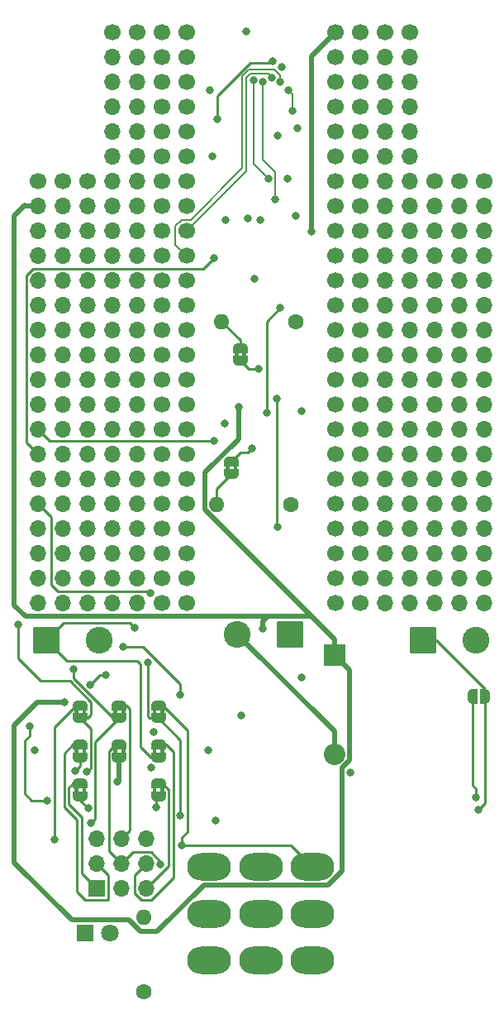
<source format=gbr>
%TF.GenerationSoftware,KiCad,Pcbnew,9.0.1*%
%TF.CreationDate,2025-05-21T23:19:58+01:00*%
%TF.ProjectId,stomp_01,73746f6d-705f-4303-912e-6b696361645f,rev?*%
%TF.SameCoordinates,Original*%
%TF.FileFunction,Copper,L4,Bot*%
%TF.FilePolarity,Positive*%
%FSLAX46Y46*%
G04 Gerber Fmt 4.6, Leading zero omitted, Abs format (unit mm)*
G04 Created by KiCad (PCBNEW 9.0.1) date 2025-05-21 23:19:58*
%MOMM*%
%LPD*%
G01*
G04 APERTURE LIST*
G04 Aperture macros list*
%AMRoundRect*
0 Rectangle with rounded corners*
0 $1 Rounding radius*
0 $2 $3 $4 $5 $6 $7 $8 $9 X,Y pos of 4 corners*
0 Add a 4 corners polygon primitive as box body*
4,1,4,$2,$3,$4,$5,$6,$7,$8,$9,$2,$3,0*
0 Add four circle primitives for the rounded corners*
1,1,$1+$1,$2,$3*
1,1,$1+$1,$4,$5*
1,1,$1+$1,$6,$7*
1,1,$1+$1,$8,$9*
0 Add four rect primitives between the rounded corners*
20,1,$1+$1,$2,$3,$4,$5,0*
20,1,$1+$1,$4,$5,$6,$7,0*
20,1,$1+$1,$6,$7,$8,$9,0*
20,1,$1+$1,$8,$9,$2,$3,0*%
%AMFreePoly0*
4,1,23,0.500000,-0.750000,0.000000,-0.750000,0.000000,-0.745722,-0.065263,-0.745722,-0.191342,-0.711940,-0.304381,-0.646677,-0.396677,-0.554381,-0.461940,-0.441342,-0.495722,-0.315263,-0.495722,-0.250000,-0.500000,-0.250000,-0.500000,0.250000,-0.495722,0.250000,-0.495722,0.315263,-0.461940,0.441342,-0.396677,0.554381,-0.304381,0.646677,-0.191342,0.711940,-0.065263,0.745722,0.000000,0.745722,
0.000000,0.750000,0.500000,0.750000,0.500000,-0.750000,0.500000,-0.750000,$1*%
%AMFreePoly1*
4,1,23,0.000000,0.745722,0.065263,0.745722,0.191342,0.711940,0.304381,0.646677,0.396677,0.554381,0.461940,0.441342,0.495722,0.315263,0.495722,0.250000,0.500000,0.250000,0.500000,-0.250000,0.495722,-0.250000,0.495722,-0.315263,0.461940,-0.441342,0.396677,-0.554381,0.304381,-0.646677,0.191342,-0.711940,0.065263,-0.745722,0.000000,-0.745722,0.000000,-0.750000,-0.500000,-0.750000,
-0.500000,0.750000,0.000000,0.750000,0.000000,0.745722,0.000000,0.745722,$1*%
G04 Aperture macros list end*
%TA.AperFunction,EtchedComponent*%
%ADD10C,0.000000*%
%TD*%
%TA.AperFunction,ComponentPad*%
%ADD11C,1.700000*%
%TD*%
%TA.AperFunction,ComponentPad*%
%ADD12O,1.700000X1.700000*%
%TD*%
%TA.AperFunction,ComponentPad*%
%ADD13C,1.600000*%
%TD*%
%TA.AperFunction,ComponentPad*%
%ADD14O,1.600000X1.600000*%
%TD*%
%TA.AperFunction,ComponentPad*%
%ADD15RoundRect,0.250000X-1.125000X-1.125000X1.125000X-1.125000X1.125000X1.125000X-1.125000X1.125000X0*%
%TD*%
%TA.AperFunction,ComponentPad*%
%ADD16C,2.750000*%
%TD*%
%TA.AperFunction,ComponentPad*%
%ADD17RoundRect,0.250000X1.125000X1.125000X-1.125000X1.125000X-1.125000X-1.125000X1.125000X-1.125000X0*%
%TD*%
%TA.AperFunction,ComponentPad*%
%ADD18R,1.700000X1.700000*%
%TD*%
%TA.AperFunction,ComponentPad*%
%ADD19R,2.200000X2.200000*%
%TD*%
%TA.AperFunction,ComponentPad*%
%ADD20O,2.200000X2.200000*%
%TD*%
%TA.AperFunction,ComponentPad*%
%ADD21R,1.800000X1.800000*%
%TD*%
%TA.AperFunction,ComponentPad*%
%ADD22C,1.800000*%
%TD*%
%TA.AperFunction,ComponentPad*%
%ADD23O,4.500000X2.800000*%
%TD*%
%TA.AperFunction,SMDPad,CuDef*%
%ADD24FreePoly0,270.000000*%
%TD*%
%TA.AperFunction,SMDPad,CuDef*%
%ADD25FreePoly1,270.000000*%
%TD*%
%TA.AperFunction,SMDPad,CuDef*%
%ADD26FreePoly0,0.000000*%
%TD*%
%TA.AperFunction,SMDPad,CuDef*%
%ADD27FreePoly1,0.000000*%
%TD*%
%TA.AperFunction,SMDPad,CuDef*%
%ADD28FreePoly0,90.000000*%
%TD*%
%TA.AperFunction,SMDPad,CuDef*%
%ADD29FreePoly1,90.000000*%
%TD*%
%TA.AperFunction,ViaPad*%
%ADD30C,0.800000*%
%TD*%
%TA.AperFunction,Conductor*%
%ADD31C,0.250000*%
%TD*%
%TA.AperFunction,Conductor*%
%ADD32C,0.500000*%
%TD*%
%TA.AperFunction,Conductor*%
%ADD33C,0.200000*%
%TD*%
G04 APERTURE END LIST*
D10*
%TA.AperFunction,EtchedComponent*%
%TO.C,JP6*%
G36*
X90300000Y-122600000D02*
G01*
X89900000Y-122600000D01*
X89900000Y-122100000D01*
X90300000Y-122100000D01*
X90300000Y-122600000D01*
G37*
%TD.AperFunction*%
%TA.AperFunction,EtchedComponent*%
G36*
X91100000Y-122600000D02*
G01*
X90700000Y-122600000D01*
X90700000Y-122100000D01*
X91100000Y-122100000D01*
X91100000Y-122600000D01*
G37*
%TD.AperFunction*%
%TA.AperFunction,EtchedComponent*%
%TO.C,JP7*%
G36*
X90300000Y-118600000D02*
G01*
X89900000Y-118600000D01*
X89900000Y-118100000D01*
X90300000Y-118100000D01*
X90300000Y-118600000D01*
G37*
%TD.AperFunction*%
%TA.AperFunction,EtchedComponent*%
G36*
X91100000Y-118600000D02*
G01*
X90700000Y-118600000D01*
X90700000Y-118100000D01*
X91100000Y-118100000D01*
X91100000Y-118600000D01*
G37*
%TD.AperFunction*%
%TA.AperFunction,EtchedComponent*%
%TO.C,JP9*%
G36*
X94300000Y-122600000D02*
G01*
X93900000Y-122600000D01*
X93900000Y-122100000D01*
X94300000Y-122100000D01*
X94300000Y-122600000D01*
G37*
%TD.AperFunction*%
%TA.AperFunction,EtchedComponent*%
G36*
X95100000Y-122600000D02*
G01*
X94700000Y-122600000D01*
X94700000Y-122100000D01*
X95100000Y-122100000D01*
X95100000Y-122600000D01*
G37*
%TD.AperFunction*%
%TA.AperFunction,EtchedComponent*%
%TO.C,JP10*%
G36*
X94300000Y-118600000D02*
G01*
X93900000Y-118600000D01*
X93900000Y-118100000D01*
X94300000Y-118100000D01*
X94300000Y-118600000D01*
G37*
%TD.AperFunction*%
%TA.AperFunction,EtchedComponent*%
G36*
X95100000Y-118600000D02*
G01*
X94700000Y-118600000D01*
X94700000Y-118100000D01*
X95100000Y-118100000D01*
X95100000Y-118600000D01*
G37*
%TD.AperFunction*%
%TA.AperFunction,EtchedComponent*%
%TO.C,JP5*%
G36*
X86300000Y-118600000D02*
G01*
X85900000Y-118600000D01*
X85900000Y-118100000D01*
X86300000Y-118100000D01*
X86300000Y-118600000D01*
G37*
%TD.AperFunction*%
%TA.AperFunction,EtchedComponent*%
G36*
X87100000Y-118600000D02*
G01*
X86700000Y-118600000D01*
X86700000Y-118100000D01*
X87100000Y-118100000D01*
X87100000Y-118600000D01*
G37*
%TD.AperFunction*%
%TA.AperFunction,EtchedComponent*%
%TO.C,JP8*%
G36*
X94300000Y-126600000D02*
G01*
X93900000Y-126600000D01*
X93900000Y-126100000D01*
X94300000Y-126100000D01*
X94300000Y-126600000D01*
G37*
%TD.AperFunction*%
%TA.AperFunction,EtchedComponent*%
G36*
X95100000Y-126600000D02*
G01*
X94700000Y-126600000D01*
X94700000Y-126100000D01*
X95100000Y-126100000D01*
X95100000Y-126600000D01*
G37*
%TD.AperFunction*%
%TA.AperFunction,EtchedComponent*%
%TO.C,JP2*%
G36*
X102700000Y-82000000D02*
G01*
X102300000Y-82000000D01*
X102300000Y-81500000D01*
X102700000Y-81500000D01*
X102700000Y-82000000D01*
G37*
%TD.AperFunction*%
%TA.AperFunction,EtchedComponent*%
G36*
X103500000Y-82000000D02*
G01*
X103100000Y-82000000D01*
X103100000Y-81500000D01*
X103500000Y-81500000D01*
X103500000Y-82000000D01*
G37*
%TD.AperFunction*%
%TA.AperFunction,EtchedComponent*%
%TO.C,JP3*%
G36*
X86300000Y-126600000D02*
G01*
X85900000Y-126600000D01*
X85900000Y-126100000D01*
X86300000Y-126100000D01*
X86300000Y-126600000D01*
G37*
%TD.AperFunction*%
%TA.AperFunction,EtchedComponent*%
G36*
X87100000Y-126600000D02*
G01*
X86700000Y-126600000D01*
X86700000Y-126100000D01*
X87100000Y-126100000D01*
X87100000Y-126600000D01*
G37*
%TD.AperFunction*%
%TA.AperFunction,EtchedComponent*%
%TO.C,JP4*%
G36*
X86300000Y-122600000D02*
G01*
X85900000Y-122600000D01*
X85900000Y-122100000D01*
X86300000Y-122100000D01*
X86300000Y-122600000D01*
G37*
%TD.AperFunction*%
%TA.AperFunction,EtchedComponent*%
G36*
X87100000Y-122600000D02*
G01*
X86700000Y-122600000D01*
X86700000Y-122100000D01*
X87100000Y-122100000D01*
X87100000Y-122600000D01*
G37*
%TD.AperFunction*%
%TA.AperFunction,EtchedComponent*%
%TO.C,JP1*%
G36*
X101800000Y-93600000D02*
G01*
X101400000Y-93600000D01*
X101400000Y-93100000D01*
X101800000Y-93100000D01*
X101800000Y-93600000D01*
G37*
%TD.AperFunction*%
%TA.AperFunction,EtchedComponent*%
G36*
X102600000Y-93600000D02*
G01*
X102200000Y-93600000D01*
X102200000Y-93100000D01*
X102600000Y-93100000D01*
X102600000Y-93600000D01*
G37*
%TD.AperFunction*%
%TD*%
D11*
%TO.P,J10,1,Pin_1*%
%TO.N,unconnected-(J10-Pin_1-Pad1)*%
X127860000Y-64030000D03*
D12*
%TO.P,J10,2,Pin_2*%
%TO.N,unconnected-(J10-Pin_2-Pad2)*%
X127860000Y-66570000D03*
%TO.P,J10,3,Pin_3*%
%TO.N,unconnected-(J10-Pin_3-Pad3)*%
X127860000Y-69110000D03*
%TO.P,J10,4,Pin_4*%
%TO.N,unconnected-(J10-Pin_4-Pad4)*%
X127860000Y-71650000D03*
%TO.P,J10,5,Pin_5*%
%TO.N,unconnected-(J10-Pin_5-Pad5)*%
X127860000Y-74190000D03*
%TO.P,J10,6,Pin_6*%
%TO.N,unconnected-(J10-Pin_6-Pad6)*%
X127860000Y-76730000D03*
%TO.P,J10,7,Pin_7*%
%TO.N,unconnected-(J10-Pin_7-Pad7)*%
X127860000Y-79270000D03*
%TO.P,J10,8,Pin_8*%
%TO.N,unconnected-(J10-Pin_8-Pad8)*%
X127860000Y-81810000D03*
%TO.P,J10,9,Pin_9*%
%TO.N,unconnected-(J10-Pin_9-Pad9)*%
X127860000Y-84350000D03*
%TO.P,J10,10,Pin_10*%
%TO.N,unconnected-(J10-Pin_10-Pad10)*%
X127860000Y-86890000D03*
%TO.P,J10,11,Pin_11*%
%TO.N,unconnected-(J10-Pin_11-Pad11)*%
X127860000Y-89430000D03*
%TO.P,J10,12,Pin_12*%
%TO.N,unconnected-(J10-Pin_12-Pad12)*%
X127860000Y-91970000D03*
%TO.P,J10,13,Pin_13*%
%TO.N,unconnected-(J10-Pin_13-Pad13)*%
X127860000Y-94510000D03*
%TO.P,J10,14,Pin_14*%
%TO.N,unconnected-(J10-Pin_14-Pad14)*%
X127860000Y-97050000D03*
%TO.P,J10,15,Pin_15*%
%TO.N,unconnected-(J10-Pin_15-Pad15)*%
X127860000Y-99590000D03*
%TO.P,J10,16,Pin_16*%
%TO.N,unconnected-(J10-Pin_16-Pad16)*%
X127860000Y-102130000D03*
%TO.P,J10,17,Pin_17*%
%TO.N,unconnected-(J10-Pin_17-Pad17)*%
X127860000Y-104670000D03*
%TO.P,J10,18,Pin_18*%
%TO.N,unconnected-(J10-Pin_18-Pad18)*%
X127860000Y-107210000D03*
%TD*%
D11*
%TO.P,J3,1,Pin_1*%
%TO.N,unconnected-(J3-Pin_1-Pad1)*%
X87218145Y-64031512D03*
D12*
%TO.P,J3,2,Pin_2*%
%TO.N,unconnected-(J3-Pin_2-Pad2)*%
X87218145Y-66571512D03*
%TO.P,J3,3,Pin_3*%
%TO.N,unconnected-(J3-Pin_3-Pad3)*%
X87218145Y-69111512D03*
%TO.P,J3,4,Pin_4*%
%TO.N,unconnected-(J3-Pin_4-Pad4)*%
X87218145Y-71651512D03*
%TO.P,J3,5,Pin_5*%
%TO.N,unconnected-(J3-Pin_5-Pad5)*%
X87218145Y-74191512D03*
%TO.P,J3,6,Pin_6*%
%TO.N,unconnected-(J3-Pin_6-Pad6)*%
X87218145Y-76731512D03*
%TO.P,J3,7,Pin_7*%
%TO.N,unconnected-(J3-Pin_7-Pad7)*%
X87218145Y-79271512D03*
%TO.P,J3,8,Pin_8*%
%TO.N,unconnected-(J3-Pin_8-Pad8)*%
X87218145Y-81811512D03*
%TO.P,J3,9,Pin_9*%
%TO.N,unconnected-(J3-Pin_9-Pad9)*%
X87218145Y-84351512D03*
%TO.P,J3,10,Pin_10*%
%TO.N,unconnected-(J3-Pin_10-Pad10)*%
X87218145Y-86891512D03*
%TO.P,J3,11,Pin_11*%
%TO.N,unconnected-(J3-Pin_11-Pad11)*%
X87218145Y-89431512D03*
%TO.P,J3,12,Pin_12*%
%TO.N,unconnected-(J3-Pin_12-Pad12)*%
X87218145Y-91971512D03*
%TO.P,J3,13,Pin_13*%
%TO.N,unconnected-(J3-Pin_13-Pad13)*%
X87218145Y-94511512D03*
%TO.P,J3,14,Pin_14*%
%TO.N,unconnected-(J3-Pin_14-Pad14)*%
X87218145Y-97051512D03*
%TO.P,J3,15,Pin_15*%
%TO.N,unconnected-(J3-Pin_15-Pad15)*%
X87218145Y-99591512D03*
%TO.P,J3,16,Pin_16*%
%TO.N,unconnected-(J3-Pin_16-Pad16)*%
X87218145Y-102131512D03*
%TO.P,J3,17,Pin_17*%
%TO.N,unconnected-(J3-Pin_17-Pad17)*%
X87218145Y-104671512D03*
%TO.P,J3,18,Pin_18*%
%TO.N,unconnected-(J3-Pin_18-Pad18)*%
X87218145Y-107211512D03*
%TD*%
D11*
%TO.P,J5,1,Pin_1*%
%TO.N,unconnected-(J5-Pin_1-Pad1)*%
X92298145Y-48791512D03*
D12*
%TO.P,J5,2,Pin_2*%
%TO.N,unconnected-(J5-Pin_2-Pad2)*%
X92298145Y-51331512D03*
%TO.P,J5,3,Pin_3*%
%TO.N,unconnected-(J5-Pin_3-Pad3)*%
X92298145Y-53871512D03*
%TO.P,J5,4,Pin_4*%
%TO.N,unconnected-(J5-Pin_4-Pad4)*%
X92298145Y-56411512D03*
%TO.P,J5,5,Pin_5*%
%TO.N,unconnected-(J5-Pin_5-Pad5)*%
X92298145Y-58951512D03*
%TO.P,J5,6,Pin_6*%
%TO.N,unconnected-(J5-Pin_6-Pad6)*%
X92298145Y-61491512D03*
%TO.P,J5,7,Pin_7*%
%TO.N,unconnected-(J5-Pin_7-Pad7)*%
X92298145Y-64031512D03*
%TO.P,J5,8,Pin_8*%
%TO.N,unconnected-(J5-Pin_8-Pad8)*%
X92298145Y-66571512D03*
%TO.P,J5,9,Pin_9*%
%TO.N,unconnected-(J5-Pin_9-Pad9)*%
X92298145Y-69111512D03*
%TO.P,J5,10,Pin_10*%
%TO.N,unconnected-(J5-Pin_10-Pad10)*%
X92298145Y-71651512D03*
%TO.P,J5,11,Pin_11*%
%TO.N,unconnected-(J5-Pin_11-Pad11)*%
X92298145Y-74191512D03*
%TO.P,J5,12,Pin_12*%
%TO.N,unconnected-(J5-Pin_12-Pad12)*%
X92298145Y-76731512D03*
%TO.P,J5,13,Pin_13*%
%TO.N,unconnected-(J5-Pin_13-Pad13)*%
X92298145Y-79271512D03*
%TO.P,J5,14,Pin_14*%
%TO.N,unconnected-(J5-Pin_14-Pad14)*%
X92298145Y-81811512D03*
%TO.P,J5,15,Pin_15*%
%TO.N,unconnected-(J5-Pin_15-Pad15)*%
X92298145Y-84351512D03*
%TO.P,J5,16,Pin_16*%
%TO.N,unconnected-(J5-Pin_16-Pad16)*%
X92298145Y-86891512D03*
%TO.P,J5,17,Pin_17*%
%TO.N,unconnected-(J5-Pin_17-Pad17)*%
X92298145Y-89431512D03*
%TO.P,J5,18,Pin_18*%
%TO.N,unconnected-(J5-Pin_18-Pad18)*%
X92298145Y-91971512D03*
%TO.P,J5,19,Pin_19*%
%TO.N,unconnected-(J5-Pin_19-Pad19)*%
X92298145Y-94511512D03*
%TO.P,J5,20,Pin_20*%
%TO.N,unconnected-(J5-Pin_20-Pad20)*%
X92298145Y-97051512D03*
%TO.P,J5,21,Pin_21*%
%TO.N,unconnected-(J5-Pin_21-Pad21)*%
X92298145Y-99591512D03*
%TO.P,J5,22,Pin_22*%
%TO.N,unconnected-(J5-Pin_22-Pad22)*%
X92298145Y-102131512D03*
%TO.P,J5,23,Pin_23*%
%TO.N,unconnected-(J5-Pin_23-Pad23)*%
X92298145Y-104671512D03*
%TO.P,J5,24,Pin_24*%
%TO.N,unconnected-(J5-Pin_24-Pad24)*%
X92298145Y-107211512D03*
%TD*%
D13*
%TO.P,R25,1*%
%TO.N,Net-(D5-A)*%
X93000000Y-147000000D03*
D14*
%TO.P,R25,2*%
%TO.N,+3.3V*%
X93000000Y-139380000D03*
%TD*%
D11*
%TO.P,J4,1,Pin_1*%
%TO.N,HEADPHONES_LEFT*%
X89758145Y-48791512D03*
D12*
%TO.P,J4,2,Pin_2*%
%TO.N,HEADPHONES_GND*%
X89758145Y-51331512D03*
%TO.P,J4,3,Pin_3*%
%TO.N,HEADPHONES_RIGHT*%
X89758145Y-53871512D03*
%TO.P,J4,4,Pin_4*%
%TO.N,unconnected-(J4-Pin_4-Pad4)*%
X89758145Y-56411512D03*
%TO.P,J4,5,Pin_5*%
%TO.N,unconnected-(J4-Pin_5-Pad5)*%
X89758145Y-58951512D03*
%TO.P,J4,6,Pin_6*%
%TO.N,unconnected-(J4-Pin_6-Pad6)*%
X89758145Y-61491512D03*
%TO.P,J4,7,Pin_7*%
%TO.N,unconnected-(J4-Pin_7-Pad7)*%
X89758145Y-64031512D03*
%TO.P,J4,8,Pin_8*%
%TO.N,unconnected-(J4-Pin_8-Pad8)*%
X89758145Y-66571512D03*
%TO.P,J4,9,Pin_9*%
%TO.N,unconnected-(J4-Pin_9-Pad9)*%
X89758145Y-69111512D03*
%TO.P,J4,10,Pin_10*%
%TO.N,unconnected-(J4-Pin_10-Pad10)*%
X89758145Y-71651512D03*
%TO.P,J4,11,Pin_11*%
%TO.N,unconnected-(J4-Pin_11-Pad11)*%
X89758145Y-74191512D03*
%TO.P,J4,12,Pin_12*%
%TO.N,unconnected-(J4-Pin_12-Pad12)*%
X89758145Y-76731512D03*
%TO.P,J4,13,Pin_13*%
%TO.N,unconnected-(J4-Pin_13-Pad13)*%
X89758145Y-79271512D03*
%TO.P,J4,14,Pin_14*%
%TO.N,unconnected-(J4-Pin_14-Pad14)*%
X89758145Y-81811512D03*
%TO.P,J4,15,Pin_15*%
%TO.N,unconnected-(J4-Pin_15-Pad15)*%
X89758145Y-84351512D03*
%TO.P,J4,16,Pin_16*%
%TO.N,unconnected-(J4-Pin_16-Pad16)*%
X89758145Y-86891512D03*
%TO.P,J4,17,Pin_17*%
%TO.N,unconnected-(J4-Pin_17-Pad17)*%
X89758145Y-89431512D03*
%TO.P,J4,18,Pin_18*%
%TO.N,unconnected-(J4-Pin_18-Pad18)*%
X89758145Y-91971512D03*
%TO.P,J4,19,Pin_19*%
%TO.N,unconnected-(J4-Pin_19-Pad19)*%
X89758145Y-94511512D03*
%TO.P,J4,20,Pin_20*%
%TO.N,unconnected-(J4-Pin_20-Pad20)*%
X89758145Y-97051512D03*
%TO.P,J4,21,Pin_21*%
%TO.N,unconnected-(J4-Pin_21-Pad21)*%
X89758145Y-99591512D03*
%TO.P,J4,22,Pin_22*%
%TO.N,unconnected-(J4-Pin_22-Pad22)*%
X89758145Y-102131512D03*
%TO.P,J4,23,Pin_23*%
%TO.N,unconnected-(J4-Pin_23-Pad23)*%
X89758145Y-104671512D03*
%TO.P,J4,24,Pin_24*%
%TO.N,unconnected-(J4-Pin_24-Pad24)*%
X89758145Y-107211512D03*
%TD*%
D15*
%TO.P,J15,1,Pin_1*%
%TO.N,JACK_OUT*%
X83000000Y-111000000D03*
D16*
%TO.P,J15,2,Pin_2*%
%TO.N,GND*%
X88400000Y-111000000D03*
%TD*%
D11*
%TO.P,J2,1,Pin_1*%
%TO.N,unconnected-(J2-Pin_1-Pad1)*%
X84678145Y-64031512D03*
D12*
%TO.P,J2,2,Pin_2*%
%TO.N,unconnected-(J2-Pin_2-Pad2)*%
X84678145Y-66571512D03*
%TO.P,J2,3,Pin_3*%
%TO.N,unconnected-(J2-Pin_3-Pad3)*%
X84678145Y-69111512D03*
%TO.P,J2,4,Pin_4*%
%TO.N,unconnected-(J2-Pin_4-Pad4)*%
X84678145Y-71651512D03*
%TO.P,J2,5,Pin_5*%
%TO.N,unconnected-(J2-Pin_5-Pad5)*%
X84678145Y-74191512D03*
%TO.P,J2,6,Pin_6*%
%TO.N,unconnected-(J2-Pin_6-Pad6)*%
X84678145Y-76731512D03*
%TO.P,J2,7,Pin_7*%
%TO.N,unconnected-(J2-Pin_7-Pad7)*%
X84678145Y-79271512D03*
%TO.P,J2,8,Pin_8*%
%TO.N,unconnected-(J2-Pin_8-Pad8)*%
X84678145Y-81811512D03*
%TO.P,J2,9,Pin_9*%
%TO.N,unconnected-(J2-Pin_9-Pad9)*%
X84678145Y-84351512D03*
%TO.P,J2,10,Pin_10*%
%TO.N,unconnected-(J2-Pin_10-Pad10)*%
X84678145Y-86891512D03*
%TO.P,J2,11,Pin_11*%
%TO.N,unconnected-(J2-Pin_11-Pad11)*%
X84678145Y-89431512D03*
%TO.P,J2,12,Pin_12*%
%TO.N,unconnected-(J2-Pin_12-Pad12)*%
X84678145Y-91971512D03*
%TO.P,J2,13,Pin_13*%
%TO.N,unconnected-(J2-Pin_13-Pad13)*%
X84678145Y-94511512D03*
%TO.P,J2,14,Pin_14*%
%TO.N,unconnected-(J2-Pin_14-Pad14)*%
X84678145Y-97051512D03*
%TO.P,J2,15,Pin_15*%
%TO.N,unconnected-(J2-Pin_15-Pad15)*%
X84678145Y-99591512D03*
%TO.P,J2,16,Pin_16*%
%TO.N,unconnected-(J2-Pin_16-Pad16)*%
X84678145Y-102131512D03*
%TO.P,J2,17,Pin_17*%
%TO.N,unconnected-(J2-Pin_17-Pad17)*%
X84678145Y-104671512D03*
%TO.P,J2,18,Pin_18*%
%TO.N,unconnected-(J2-Pin_18-Pad18)*%
X84678145Y-107211512D03*
%TD*%
D17*
%TO.P,J11,1*%
%TO.N,GND*%
X108000000Y-110400000D03*
D16*
%TO.P,J11,2*%
%TO.N,Net-(D1-A)*%
X102600000Y-110400000D03*
%TD*%
D11*
%TO.P,J9,1,Pin_1*%
%TO.N,unconnected-(J9-Pin_1-Pad1)*%
X125320000Y-64030000D03*
D12*
%TO.P,J9,2,Pin_2*%
%TO.N,unconnected-(J9-Pin_2-Pad2)*%
X125320000Y-66570000D03*
%TO.P,J9,3,Pin_3*%
%TO.N,unconnected-(J9-Pin_3-Pad3)*%
X125320000Y-69110000D03*
%TO.P,J9,4,Pin_4*%
%TO.N,unconnected-(J9-Pin_4-Pad4)*%
X125320000Y-71650000D03*
%TO.P,J9,5,Pin_5*%
%TO.N,unconnected-(J9-Pin_5-Pad5)*%
X125320000Y-74190000D03*
%TO.P,J9,6,Pin_6*%
%TO.N,unconnected-(J9-Pin_6-Pad6)*%
X125320000Y-76730000D03*
%TO.P,J9,7,Pin_7*%
%TO.N,unconnected-(J9-Pin_7-Pad7)*%
X125320000Y-79270000D03*
%TO.P,J9,8,Pin_8*%
%TO.N,unconnected-(J9-Pin_8-Pad8)*%
X125320000Y-81810000D03*
%TO.P,J9,9,Pin_9*%
%TO.N,unconnected-(J9-Pin_9-Pad9)*%
X125320000Y-84350000D03*
%TO.P,J9,10,Pin_10*%
%TO.N,unconnected-(J9-Pin_10-Pad10)*%
X125320000Y-86890000D03*
%TO.P,J9,11,Pin_11*%
%TO.N,unconnected-(J9-Pin_11-Pad11)*%
X125320000Y-89430000D03*
%TO.P,J9,12,Pin_12*%
%TO.N,unconnected-(J9-Pin_12-Pad12)*%
X125320000Y-91970000D03*
%TO.P,J9,13,Pin_13*%
%TO.N,unconnected-(J9-Pin_13-Pad13)*%
X125320000Y-94510000D03*
%TO.P,J9,14,Pin_14*%
%TO.N,unconnected-(J9-Pin_14-Pad14)*%
X125320000Y-97050000D03*
%TO.P,J9,15,Pin_15*%
%TO.N,unconnected-(J9-Pin_15-Pad15)*%
X125320000Y-99590000D03*
%TO.P,J9,16,Pin_16*%
%TO.N,unconnected-(J9-Pin_16-Pad16)*%
X125320000Y-102130000D03*
%TO.P,J9,17,Pin_17*%
%TO.N,unconnected-(J9-Pin_17-Pad17)*%
X125320000Y-104670000D03*
%TO.P,J9,18,Pin_18*%
%TO.N,unconnected-(J9-Pin_18-Pad18)*%
X125320000Y-107210000D03*
%TD*%
D11*
%TO.P,J8,1,Pin_1*%
%TO.N,unconnected-(J8-Pin_1-Pad1)*%
X122780000Y-64030000D03*
D12*
%TO.P,J8,2,Pin_2*%
%TO.N,unconnected-(J8-Pin_2-Pad2)*%
X122780000Y-66570000D03*
%TO.P,J8,3,Pin_3*%
%TO.N,unconnected-(J8-Pin_3-Pad3)*%
X122780000Y-69110000D03*
%TO.P,J8,4,Pin_4*%
%TO.N,unconnected-(J8-Pin_4-Pad4)*%
X122780000Y-71650000D03*
%TO.P,J8,5,Pin_5*%
%TO.N,unconnected-(J8-Pin_5-Pad5)*%
X122780000Y-74190000D03*
%TO.P,J8,6,Pin_6*%
%TO.N,unconnected-(J8-Pin_6-Pad6)*%
X122780000Y-76730000D03*
%TO.P,J8,7,Pin_7*%
%TO.N,unconnected-(J8-Pin_7-Pad7)*%
X122780000Y-79270000D03*
%TO.P,J8,8,Pin_8*%
%TO.N,unconnected-(J8-Pin_8-Pad8)*%
X122780000Y-81810000D03*
%TO.P,J8,9,Pin_9*%
%TO.N,unconnected-(J8-Pin_9-Pad9)*%
X122780000Y-84350000D03*
%TO.P,J8,10,Pin_10*%
%TO.N,unconnected-(J8-Pin_10-Pad10)*%
X122780000Y-86890000D03*
%TO.P,J8,11,Pin_11*%
%TO.N,unconnected-(J8-Pin_11-Pad11)*%
X122780000Y-89430000D03*
%TO.P,J8,12,Pin_12*%
%TO.N,unconnected-(J8-Pin_12-Pad12)*%
X122780000Y-91970000D03*
%TO.P,J8,13,Pin_13*%
%TO.N,unconnected-(J8-Pin_13-Pad13)*%
X122780000Y-94510000D03*
%TO.P,J8,14,Pin_14*%
%TO.N,unconnected-(J8-Pin_14-Pad14)*%
X122780000Y-97050000D03*
%TO.P,J8,15,Pin_15*%
%TO.N,unconnected-(J8-Pin_15-Pad15)*%
X122780000Y-99590000D03*
%TO.P,J8,16,Pin_16*%
%TO.N,unconnected-(J8-Pin_16-Pad16)*%
X122780000Y-102130000D03*
%TO.P,J8,17,Pin_17*%
%TO.N,unconnected-(J8-Pin_17-Pad17)*%
X122780000Y-104670000D03*
%TO.P,J8,18,Pin_18*%
%TO.N,unconnected-(J8-Pin_18-Pad18)*%
X122780000Y-107210000D03*
%TD*%
D11*
%TO.P,J7,1,Pin_1*%
%TO.N,unconnected-(J7-Pin_1-Pad1)*%
X120240000Y-48790000D03*
D12*
%TO.P,J7,2,Pin_2*%
%TO.N,unconnected-(J7-Pin_2-Pad2)*%
X120240000Y-51330000D03*
%TO.P,J7,3,Pin_3*%
%TO.N,unconnected-(J7-Pin_3-Pad3)*%
X120240000Y-53870000D03*
%TO.P,J7,4,Pin_4*%
%TO.N,unconnected-(J7-Pin_4-Pad4)*%
X120240000Y-56410000D03*
%TO.P,J7,5,Pin_5*%
%TO.N,unconnected-(J7-Pin_5-Pad5)*%
X120240000Y-58950000D03*
%TO.P,J7,6,Pin_6*%
%TO.N,unconnected-(J7-Pin_6-Pad6)*%
X120240000Y-61490000D03*
%TO.P,J7,7,Pin_7*%
%TO.N,unconnected-(J7-Pin_7-Pad7)*%
X120240000Y-64030000D03*
%TO.P,J7,8,Pin_8*%
%TO.N,unconnected-(J7-Pin_8-Pad8)*%
X120240000Y-66570000D03*
%TO.P,J7,9,Pin_9*%
%TO.N,unconnected-(J7-Pin_9-Pad9)*%
X120240000Y-69110000D03*
%TO.P,J7,10,Pin_10*%
%TO.N,unconnected-(J7-Pin_10-Pad10)*%
X120240000Y-71650000D03*
%TO.P,J7,11,Pin_11*%
%TO.N,unconnected-(J7-Pin_11-Pad11)*%
X120240000Y-74190000D03*
%TO.P,J7,12,Pin_12*%
%TO.N,unconnected-(J7-Pin_12-Pad12)*%
X120240000Y-76730000D03*
%TO.P,J7,13,Pin_13*%
%TO.N,unconnected-(J7-Pin_13-Pad13)*%
X120240000Y-79270000D03*
%TO.P,J7,14,Pin_14*%
%TO.N,unconnected-(J7-Pin_14-Pad14)*%
X120240000Y-81810000D03*
%TO.P,J7,15,Pin_15*%
%TO.N,unconnected-(J7-Pin_15-Pad15)*%
X120240000Y-84350000D03*
%TO.P,J7,16,Pin_16*%
%TO.N,unconnected-(J7-Pin_16-Pad16)*%
X120240000Y-86890000D03*
%TO.P,J7,17,Pin_17*%
%TO.N,unconnected-(J7-Pin_17-Pad17)*%
X120240000Y-89430000D03*
%TO.P,J7,18,Pin_18*%
%TO.N,unconnected-(J7-Pin_18-Pad18)*%
X120240000Y-91970000D03*
%TO.P,J7,19,Pin_19*%
%TO.N,unconnected-(J7-Pin_19-Pad19)*%
X120240000Y-94510000D03*
%TO.P,J7,20,Pin_20*%
%TO.N,unconnected-(J7-Pin_20-Pad20)*%
X120240000Y-97050000D03*
%TO.P,J7,21,Pin_21*%
%TO.N,unconnected-(J7-Pin_21-Pad21)*%
X120240000Y-99590000D03*
%TO.P,J7,22,Pin_22*%
%TO.N,unconnected-(J7-Pin_22-Pad22)*%
X120240000Y-102130000D03*
%TO.P,J7,23,Pin_23*%
%TO.N,unconnected-(J7-Pin_23-Pad23)*%
X120240000Y-104670000D03*
%TO.P,J7,24,Pin_24*%
%TO.N,unconnected-(J7-Pin_24-Pad24)*%
X120240000Y-107210000D03*
%TD*%
D18*
%TO.P,J13,1,Pin_1*%
%TO.N,FOOTSWITCH_1*%
X88160000Y-136440000D03*
D12*
%TO.P,J13,2,Pin_2*%
%TO.N,FOOTSWITCH_2*%
X88160000Y-133900000D03*
%TO.P,J13,3,Pin_3*%
%TO.N,FOOTSWITCH_3*%
X88160000Y-131360000D03*
%TO.P,J13,4,Pin_4*%
%TO.N,FOOTSWITCH_4*%
X90700000Y-136440000D03*
%TO.P,J13,5,Pin_5*%
%TO.N,FOOTSWITCH_5*%
X90700000Y-133900000D03*
%TO.P,J13,6,Pin_6*%
%TO.N,FOOTSWITCH_6*%
X90700000Y-131360000D03*
%TO.P,J13,7,Pin_7*%
%TO.N,FOOTSWITCH_7*%
X93240000Y-136440000D03*
%TO.P,J13,8,Pin_8*%
%TO.N,FOOTSWITCH_8*%
X93240000Y-133900000D03*
%TO.P,J13,9,Pin_9*%
%TO.N,FOOTSWITCH_9*%
X93240000Y-131360000D03*
%TD*%
D11*
%TO.P,J6,1,Pin_1*%
%TO.N,unconnected-(J6-Pin_1-Pad1)*%
X117700000Y-48790000D03*
D12*
%TO.P,J6,2,Pin_2*%
%TO.N,unconnected-(J6-Pin_2-Pad2)*%
X117700000Y-51330000D03*
%TO.P,J6,3,Pin_3*%
%TO.N,unconnected-(J6-Pin_3-Pad3)*%
X117700000Y-53870000D03*
%TO.P,J6,4,Pin_4*%
%TO.N,unconnected-(J6-Pin_4-Pad4)*%
X117700000Y-56410000D03*
%TO.P,J6,5,Pin_5*%
%TO.N,unconnected-(J6-Pin_5-Pad5)*%
X117700000Y-58950000D03*
%TO.P,J6,6,Pin_6*%
%TO.N,unconnected-(J6-Pin_6-Pad6)*%
X117700000Y-61490000D03*
%TO.P,J6,7,Pin_7*%
%TO.N,unconnected-(J6-Pin_7-Pad7)*%
X117700000Y-64030000D03*
%TO.P,J6,8,Pin_8*%
%TO.N,unconnected-(J6-Pin_8-Pad8)*%
X117700000Y-66570000D03*
%TO.P,J6,9,Pin_9*%
%TO.N,unconnected-(J6-Pin_9-Pad9)*%
X117700000Y-69110000D03*
%TO.P,J6,10,Pin_10*%
%TO.N,unconnected-(J6-Pin_10-Pad10)*%
X117700000Y-71650000D03*
%TO.P,J6,11,Pin_11*%
%TO.N,unconnected-(J6-Pin_11-Pad11)*%
X117700000Y-74190000D03*
%TO.P,J6,12,Pin_12*%
%TO.N,unconnected-(J6-Pin_12-Pad12)*%
X117700000Y-76730000D03*
%TO.P,J6,13,Pin_13*%
%TO.N,unconnected-(J6-Pin_13-Pad13)*%
X117700000Y-79270000D03*
%TO.P,J6,14,Pin_14*%
%TO.N,unconnected-(J6-Pin_14-Pad14)*%
X117700000Y-81810000D03*
%TO.P,J6,15,Pin_15*%
%TO.N,unconnected-(J6-Pin_15-Pad15)*%
X117700000Y-84350000D03*
%TO.P,J6,16,Pin_16*%
%TO.N,unconnected-(J6-Pin_16-Pad16)*%
X117700000Y-86890000D03*
%TO.P,J6,17,Pin_17*%
%TO.N,unconnected-(J6-Pin_17-Pad17)*%
X117700000Y-89430000D03*
%TO.P,J6,18,Pin_18*%
%TO.N,unconnected-(J6-Pin_18-Pad18)*%
X117700000Y-91970000D03*
%TO.P,J6,19,Pin_19*%
%TO.N,unconnected-(J6-Pin_19-Pad19)*%
X117700000Y-94510000D03*
%TO.P,J6,20,Pin_20*%
%TO.N,unconnected-(J6-Pin_20-Pad20)*%
X117700000Y-97050000D03*
%TO.P,J6,21,Pin_21*%
%TO.N,unconnected-(J6-Pin_21-Pad21)*%
X117700000Y-99590000D03*
%TO.P,J6,22,Pin_22*%
%TO.N,unconnected-(J6-Pin_22-Pad22)*%
X117700000Y-102130000D03*
%TO.P,J6,23,Pin_23*%
%TO.N,unconnected-(J6-Pin_23-Pad23)*%
X117700000Y-104670000D03*
%TO.P,J6,24,Pin_24*%
%TO.N,unconnected-(J6-Pin_24-Pad24)*%
X117700000Y-107210000D03*
%TD*%
D15*
%TO.P,J14,1,Pin_1*%
%TO.N,JACK_IN*%
X121600000Y-111000000D03*
D16*
%TO.P,J14,2,Pin_2*%
%TO.N,GND*%
X127000000Y-111000000D03*
%TD*%
D11*
%TO.P,U1,1,GND*%
%TO.N,GND*%
X97380000Y-48790000D03*
X94840000Y-48790000D03*
%TO.P,U1,2,0_RX1_CRX2_CS1*%
%TO.N,unconnected-(U1-0_RX1_CRX2_CS1-Pad2)_1*%
X97380000Y-51330000D03*
X94840000Y-51330000D03*
%TO.P,U1,3,1_TX1_CTX2_MISO1*%
%TO.N,unconnected-(U1-1_TX1_CTX2_MISO1-Pad3)*%
X97380000Y-53870000D03*
X94840000Y-53870000D03*
%TO.P,U1,4,2_OUT2*%
%TO.N,unconnected-(U1-2_OUT2-Pad4)*%
X97380000Y-56410000D03*
X94840000Y-56410000D03*
%TO.P,U1,5,3_LRCLK2*%
%TO.N,unconnected-(U1-3_LRCLK2-Pad5)_1*%
X97380000Y-58950000D03*
X94840000Y-58950000D03*
%TO.P,U1,6,4_BCLK2*%
%TO.N,unconnected-(U1-4_BCLK2-Pad6)_1*%
X97380000Y-61490000D03*
X94840000Y-61490000D03*
%TO.P,U1,7,5_IN2*%
%TO.N,unconnected-(U1-5_IN2-Pad7)*%
X97380000Y-64030000D03*
X94840000Y-64030000D03*
%TO.P,U1,8,6_OUT1D*%
%TO.N,unconnected-(U1-6_OUT1D-Pad8)_1*%
X97380000Y-66570000D03*
X94840000Y-66570000D03*
%TO.P,U1,9,7_RX2_OUT1A*%
%TO.N,DAC_DIN*%
X97380000Y-69110000D03*
X94840000Y-69110000D03*
%TO.P,U1,10,8_TX2_IN1*%
%TO.N,DAC_DOUT*%
X97380000Y-71650000D03*
X94840000Y-71650000D03*
%TO.P,U1,11,9_OUT1C*%
%TO.N,unconnected-(U1-9_OUT1C-Pad11)_1*%
X97380000Y-74190000D03*
X94840000Y-74190000D03*
%TO.P,U1,12,10_CS_MQSR*%
%TO.N,unconnected-(U1-10_CS_MQSR-Pad12)_1*%
X97380000Y-76730000D03*
X94840000Y-76730000D03*
%TO.P,U1,13,11_MOSI_CTX1*%
%TO.N,unconnected-(U1-11_MOSI_CTX1-Pad13)*%
X97380000Y-79270000D03*
X94840000Y-79270000D03*
%TO.P,U1,14,12_MISO_MQSL*%
%TO.N,unconnected-(U1-12_MISO_MQSL-Pad14)*%
X97380000Y-81810000D03*
X94840000Y-81810000D03*
%TO.P,U1,15,3V3*%
%TO.N,+3.3V*%
X97380000Y-84350000D03*
X94840000Y-84350000D03*
%TO.P,U1,16,24_A10_TX6_SCL2*%
%TO.N,unconnected-(U1-24_A10_TX6_SCL2-Pad16)*%
X97380000Y-86890000D03*
X94840000Y-86890000D03*
%TO.P,U1,17,25_A11_RX6_SDA2*%
%TO.N,unconnected-(U1-25_A11_RX6_SDA2-Pad17)_1*%
X97380000Y-89430000D03*
X94840000Y-89430000D03*
%TO.P,U1,18,26_A12_MOSI1*%
%TO.N,unconnected-(U1-26_A12_MOSI1-Pad18)_1*%
X97380000Y-91970000D03*
X94840000Y-91970000D03*
%TO.P,U1,19,27_A13_SCK1*%
%TO.N,unconnected-(U1-27_A13_SCK1-Pad19)_1*%
X97380000Y-94510000D03*
X94840000Y-94510000D03*
%TO.P,U1,20,28_RX7*%
%TO.N,unconnected-(U1-28_RX7-Pad20)_1*%
X97380000Y-97050000D03*
X94840000Y-97050000D03*
%TO.P,U1,21,29_TX7*%
%TO.N,unconnected-(U1-29_TX7-Pad21)*%
X97380000Y-99590000D03*
X94840000Y-99590000D03*
%TO.P,U1,22,30_CRX3*%
%TO.N,unconnected-(U1-30_CRX3-Pad22)_1*%
X97380000Y-102130000D03*
X94840000Y-102130000D03*
%TO.P,U1,23,31_CTX3*%
%TO.N,unconnected-(U1-31_CTX3-Pad23)*%
X97380000Y-104670000D03*
X94840000Y-104670000D03*
%TO.P,U1,24,32_OUT1B*%
%TO.N,unconnected-(U1-32_OUT1B-Pad24)*%
X97380000Y-107210000D03*
X94840000Y-107210000D03*
%TO.P,U1,25,33_MCLK2*%
%TO.N,unconnected-(U1-33_MCLK2-Pad25)_1*%
X115160000Y-107210000D03*
X112620000Y-107210000D03*
%TO.P,U1,26,34_RX8*%
%TO.N,unconnected-(U1-34_RX8-Pad26)*%
X115160000Y-104670000D03*
X112620000Y-104670000D03*
%TO.P,U1,27,35_TX8*%
%TO.N,unconnected-(U1-35_TX8-Pad27)*%
X115160000Y-102130000D03*
X112620000Y-102130000D03*
%TO.P,U1,28,36_CS*%
%TO.N,unconnected-(U1-36_CS-Pad28)_1*%
X115160000Y-99590000D03*
X112620000Y-99590000D03*
%TO.P,U1,29,37_CS*%
%TO.N,unconnected-(U1-37_CS-Pad29)_1*%
X115160000Y-97050000D03*
X112620000Y-97050000D03*
%TO.P,U1,30,38_CS1_IN1*%
%TO.N,unconnected-(U1-38_CS1_IN1-Pad30)_1*%
X115160000Y-94510000D03*
X112620000Y-94510000D03*
%TO.P,U1,31,39_MISO1_OUT1A*%
%TO.N,unconnected-(U1-39_MISO1_OUT1A-Pad31)_1*%
X115160000Y-91970000D03*
X112620000Y-91970000D03*
%TO.P,U1,32,40_A16*%
%TO.N,unconnected-(U1-40_A16-Pad32)*%
X115160000Y-89430000D03*
X112620000Y-89430000D03*
%TO.P,U1,33,41_A17*%
%TO.N,unconnected-(U1-41_A17-Pad33)_1*%
X115160000Y-86890000D03*
X112620000Y-86890000D03*
%TO.P,U1,34,GND*%
%TO.N,unconnected-(U1-GND-Pad34)*%
X115160000Y-84350000D03*
X112620000Y-84350000D03*
%TO.P,U1,35,13_SCK_LED*%
%TO.N,unconnected-(U1-13_SCK_LED-Pad35)_1*%
X115160000Y-81810000D03*
X112620000Y-81810000D03*
%TO.P,U1,36,14_A0_TX3_SPDIF_OUT*%
%TO.N,unconnected-(U1-14_A0_TX3_SPDIF_OUT-Pad36)*%
X115160000Y-79270000D03*
X112620000Y-79270000D03*
%TO.P,U1,37,15_A1_RX3_SPDIF_IN*%
%TO.N,unconnected-(U1-15_A1_RX3_SPDIF_IN-Pad37)*%
X115160000Y-76730000D03*
X112620000Y-76730000D03*
%TO.P,U1,38,16_A2_RX4_SCL1*%
%TO.N,unconnected-(U1-16_A2_RX4_SCL1-Pad38)_1*%
X115160000Y-74190000D03*
X112620000Y-74190000D03*
%TO.P,U1,39,17_A3_TX4_SDA1*%
%TO.N,unconnected-(U1-17_A3_TX4_SDA1-Pad39)*%
X115160000Y-71650000D03*
X112620000Y-71650000D03*
%TO.P,U1,40,18_A4_SDA*%
%TO.N,DAC_SDA*%
X115160000Y-69110000D03*
X112620000Y-69110000D03*
%TO.P,U1,41,19_A5_SCL*%
%TO.N,DAC_SCL*%
X115160000Y-66570000D03*
X112620000Y-66570000D03*
%TO.P,U1,42,20_A6_TX5_LRCLK1*%
%TO.N,DAC_LRCLK*%
X115160000Y-64030000D03*
X112620000Y-64030000D03*
%TO.P,U1,43,21_A7_RX5_BCLK1*%
%TO.N,DAC_BCLK*%
X115160000Y-61490000D03*
X112620000Y-61490000D03*
%TO.P,U1,44,22_A8_CTX1*%
%TO.N,unconnected-(U1-22_A8_CTX1-Pad44)_1*%
X115160000Y-58950000D03*
X112620000Y-58950000D03*
%TO.P,U1,45,23_A9_CRX1_MCLK1*%
%TO.N,DAC_MCLK*%
X115160000Y-56410000D03*
X112620000Y-56410000D03*
%TO.P,U1,46,3V3*%
%TO.N,+3.3V*%
X115160000Y-53870000D03*
X112620000Y-53870000D03*
%TO.P,U1,47,GND*%
%TO.N,GND*%
X115160000Y-51330000D03*
X112620000Y-51330000D03*
%TO.P,U1,48,VIN*%
%TO.N,+5V*%
X115160000Y-48790000D03*
X112620000Y-48790000D03*
%TD*%
D19*
%TO.P,D1,1,K*%
%TO.N,+9V*%
X112550000Y-112500000D03*
D20*
%TO.P,D1,2,A*%
%TO.N,Net-(D1-A)*%
X112550000Y-122660000D03*
%TD*%
D21*
%TO.P,D5,1,K*%
%TO.N,LED_NEG*%
X87000000Y-141000000D03*
D22*
%TO.P,D5,2,A*%
%TO.N,Net-(D5-A)*%
X89540000Y-141000000D03*
%TD*%
D23*
%TO.P,SW1,1,A*%
%TO.N,FOOTSWITCH_1*%
X99700000Y-143800000D03*
%TO.P,SW1,2,B*%
%TO.N,FOOTSWITCH_2*%
X99700000Y-139000000D03*
%TO.P,SW1,3,C*%
%TO.N,FOOTSWITCH_3*%
X99700000Y-134200000D03*
%TO.P,SW1,4,A*%
%TO.N,FOOTSWITCH_4*%
X105000000Y-143800000D03*
%TO.P,SW1,5,B*%
%TO.N,FOOTSWITCH_5*%
X105000000Y-139000000D03*
%TO.P,SW1,6,C*%
%TO.N,FOOTSWITCH_6*%
X105000000Y-134200000D03*
%TO.P,SW1,7,A*%
%TO.N,FOOTSWITCH_7*%
X110300000Y-143800000D03*
%TO.P,SW1,8,B*%
%TO.N,FOOTSWITCH_8*%
X110300000Y-139000000D03*
%TO.P,SW1,9,C*%
%TO.N,FOOTSWITCH_9*%
X110300000Y-134200000D03*
%TD*%
D11*
%TO.P,J1,1,Pin_1*%
%TO.N,+9V*%
X82138145Y-64031512D03*
D12*
%TO.P,J1,2,Pin_2*%
X82138145Y-66571512D03*
%TO.P,J1,3,Pin_3*%
%TO.N,+5V*%
X82138145Y-69111512D03*
%TO.P,J1,4,Pin_4*%
X82138145Y-71651512D03*
%TO.P,J1,5,Pin_5*%
%TO.N,+3.3V*%
X82138145Y-74191512D03*
%TO.P,J1,6,Pin_6*%
X82138145Y-76731512D03*
%TO.P,J1,7,Pin_7*%
%TO.N,JACK_IN*%
X82138145Y-79271512D03*
%TO.P,J1,8,Pin_8*%
%TO.N,JACK_OUT*%
X82138145Y-81811512D03*
%TO.P,J1,9,Pin_9*%
%TO.N,PREAMP_IN_L*%
X82138145Y-84351512D03*
%TO.P,J1,10,Pin_10*%
%TO.N,PREAMP_IN_R*%
X82138145Y-86891512D03*
%TO.P,J1,11,Pin_11*%
%TO.N,LINE_IN_L*%
X82138145Y-89431512D03*
%TO.P,J1,12,Pin_12*%
%TO.N,LINE_IN_R*%
X82138145Y-91971512D03*
%TO.P,J1,13,Pin_13*%
%TO.N,LINE_OUT_L*%
X82138145Y-94511512D03*
%TO.P,J1,14,Pin_14*%
%TO.N,LINE_OUT_R*%
X82138145Y-97051512D03*
%TO.P,J1,15,Pin_15*%
%TO.N,LED_NEG*%
X82138145Y-99591512D03*
%TO.P,J1,16,Pin_16*%
%TO.N,GND*%
X82138145Y-102131512D03*
%TO.P,J1,17,Pin_17*%
X82138145Y-104671512D03*
%TO.P,J1,18,Pin_18*%
X82138145Y-107211512D03*
%TD*%
D24*
%TO.P,JP6,1,A*%
%TO.N,FOOTSWITCH_5*%
X90500000Y-121700000D03*
D25*
%TO.P,JP6,2,B*%
%TO.N,GND*%
X90500000Y-123000000D03*
%TD*%
D24*
%TO.P,JP7,1,A*%
%TO.N,FOOTSWITCH_6*%
X90500000Y-117700000D03*
D25*
%TO.P,JP7,2,B*%
%TO.N,LED_NEG*%
X90500000Y-119000000D03*
%TD*%
D26*
%TO.P,JP11,1,A*%
%TO.N,PREAMP_IN_L*%
X126700000Y-116750000D03*
D27*
%TO.P,JP11,2,B*%
%TO.N,JACK_IN*%
X128000000Y-116750000D03*
%TD*%
D28*
%TO.P,JP9,1,A*%
%TO.N,JACK_OUT*%
X94500000Y-123000000D03*
D29*
%TO.P,JP9,2,B*%
%TO.N,FOOTSWITCH_8*%
X94500000Y-121700000D03*
%TD*%
D28*
%TO.P,JP10,1,A*%
%TO.N,LINE_OUT_L*%
X94500000Y-119000000D03*
D29*
%TO.P,JP10,2,B*%
%TO.N,FOOTSWITCH_9*%
X94500000Y-117700000D03*
%TD*%
D24*
%TO.P,JP5,1,A*%
%TO.N,FOOTSWITCH_3*%
X86500000Y-117700000D03*
D25*
%TO.P,JP5,2,B*%
%TO.N,PREAMP_IN_L*%
X86500000Y-119000000D03*
%TD*%
D28*
%TO.P,JP8,1,A*%
%TO.N,Net-(JP3-B)*%
X94500000Y-127000000D03*
D29*
%TO.P,JP8,2,B*%
%TO.N,FOOTSWITCH_7*%
X94500000Y-125700000D03*
%TD*%
D28*
%TO.P,JP2,1,A*%
%TO.N,Net-(JP2-A)*%
X102900000Y-82400000D03*
D29*
%TO.P,JP2,2,B*%
%TO.N,Net-(JP2-B)*%
X102900000Y-81100000D03*
%TD*%
D24*
%TO.P,JP3,1,A*%
%TO.N,FOOTSWITCH_1*%
X86500000Y-125700000D03*
D25*
%TO.P,JP3,2,B*%
%TO.N,Net-(JP3-B)*%
X86500000Y-127000000D03*
%TD*%
D13*
%TO.P,R14,1*%
%TO.N,Net-(U3B--)*%
X108600000Y-78400000D03*
D14*
%TO.P,R14,2*%
%TO.N,Net-(JP2-B)*%
X100980000Y-78400000D03*
%TD*%
D24*
%TO.P,JP4,1,A*%
%TO.N,FOOTSWITCH_2*%
X86500000Y-121700000D03*
D25*
%TO.P,JP4,2,B*%
%TO.N,JACK_IN*%
X86500000Y-123000000D03*
%TD*%
D24*
%TO.P,JP1,1,A*%
%TO.N,Net-(JP1-A)*%
X102000000Y-92700000D03*
D25*
%TO.P,JP1,2,B*%
%TO.N,Net-(JP1-B)*%
X102000000Y-94000000D03*
%TD*%
D13*
%TO.P,R12,1*%
%TO.N,Net-(U3A--)*%
X108110000Y-97100000D03*
D14*
%TO.P,R12,2*%
%TO.N,Net-(JP1-B)*%
X100490000Y-97100000D03*
%TD*%
D30*
%TO.N,+3.3V*%
X103700000Y-67800000D03*
%TO.N,Net-(JP2-A)*%
X104794999Y-83236913D03*
%TO.N,LINE_OUT_R*%
X83125000Y-127400000D03*
X81300000Y-119800000D03*
X87500000Y-115599000D03*
X89100000Y-114600000D03*
X93700000Y-106200000D03*
%TO.N,JACK_OUT*%
X92100000Y-109700000D03*
%TO.N,+9V*%
X105200000Y-109800000D03*
%TO.N,GND*%
X103000000Y-118700000D03*
X100400000Y-129500000D03*
%TO.N,+9V*%
X84900000Y-117400000D03*
%TO.N,GND*%
X81800000Y-122300000D03*
X90302861Y-125524000D03*
X93757056Y-124057056D03*
X94000000Y-120400000D03*
X99600000Y-122300000D03*
X114200000Y-124600000D03*
X109200000Y-114800000D03*
%TO.N,+9V*%
X102700000Y-87100000D03*
%TO.N,GND*%
X101300000Y-88800000D03*
X109200000Y-87600000D03*
X101400000Y-68000000D03*
X104900000Y-68000000D03*
X104375702Y-73998824D03*
%TO.N,+3.3V*%
X107700000Y-63800000D03*
X108600000Y-67600000D03*
%TO.N,GND*%
X100000000Y-61500000D03*
X107100001Y-52318687D03*
%TO.N,Net-(U5-VDDA)*%
X100500000Y-57700000D03*
X106221397Y-51736775D03*
%TO.N,+3.3V*%
X108766623Y-58625000D03*
%TO.N,+5V*%
X110200000Y-69200000D03*
%TO.N,PREAMP_IN_R*%
X96700000Y-116600000D03*
X90900000Y-111700000D03*
%TO.N,JACK_IN*%
X86000000Y-124400000D03*
%TO.N,PREAMP_IN_L*%
X87200000Y-124500000D03*
%TO.N,LED_NEG*%
X85800000Y-114000000D03*
%TO.N,LINE_IN_R*%
X100187347Y-71887347D03*
%TO.N,LINE_IN_L*%
X100200000Y-90600000D03*
%TO.N,GND*%
X106700000Y-59400000D03*
X103500000Y-48700000D03*
X99800000Y-54700000D03*
%TO.N,DAC_DOUT*%
X107000000Y-53900000D03*
%TO.N,DAC_DIN*%
X106122027Y-53421285D03*
%TO.N,DAC_SDA*%
X105217735Y-53848199D03*
X106501000Y-65899000D03*
%TO.N,DAC_SCL*%
X105800000Y-63800000D03*
X104225000Y-53727860D03*
%TO.N,Net-(U3B-+)*%
X106700000Y-99400000D03*
X106600000Y-86300000D03*
%TO.N,FOOTSWITCH_3*%
X83900000Y-131400000D03*
%TO.N,FOOTSWITCH_5*%
X94727347Y-133927347D03*
%TO.N,FOOTSWITCH_9*%
X96900000Y-131975000D03*
%TO.N,Net-(JP1-B)*%
X105600000Y-87700000D03*
X107000000Y-77000000D03*
%TO.N,LINE_OUT_L*%
X96757000Y-129000000D03*
X93387796Y-113270735D03*
%TO.N,Net-(U5-SYS_MCLK)*%
X108200000Y-56800000D03*
X107800000Y-54700000D03*
%TO.N,Net-(JP1-A)*%
X104099847Y-91400153D03*
%TO.N,Net-(JP3-B)*%
X94300000Y-128100000D03*
X87300000Y-128200000D03*
%TO.N,PREAMP_IN_L*%
X80100000Y-109400000D03*
X127000000Y-127100000D03*
%TO.N,JACK_IN*%
X127300000Y-128400000D03*
%TO.N,LED_NEG*%
X87600000Y-129725000D03*
%TD*%
D31*
%TO.N,Net-(JP2-A)*%
X104794999Y-83236913D02*
X103736913Y-83236913D01*
X103736913Y-83236913D02*
X102900000Y-82400000D01*
D32*
%TO.N,+9V*%
X114101000Y-114051000D02*
X112550000Y-112500000D01*
X114101000Y-123302446D02*
X114101000Y-114051000D01*
X113349000Y-134618709D02*
X113349000Y-124054446D01*
X99181291Y-136051000D02*
X111916709Y-136051000D01*
X92701818Y-140851000D02*
X94381291Y-140851000D01*
X91499818Y-139649000D02*
X92701818Y-140851000D01*
X85649000Y-139649000D02*
X91499818Y-139649000D01*
X94381291Y-140851000D02*
X99181291Y-136051000D01*
X79751000Y-119749000D02*
X79751000Y-133751000D01*
X111916709Y-136051000D02*
X113349000Y-134618709D01*
X79751000Y-133751000D02*
X85649000Y-139649000D01*
X82100000Y-117400000D02*
X79751000Y-119749000D01*
X113349000Y-124054446D02*
X114101000Y-123302446D01*
X84900000Y-117400000D02*
X82100000Y-117400000D01*
D31*
%TO.N,LINE_OUT_R*%
X80800000Y-126700000D02*
X81500000Y-127400000D01*
X81500000Y-127400000D02*
X83125000Y-127400000D01*
X80800000Y-121297919D02*
X80800000Y-126700000D01*
X81300000Y-119800000D02*
X81300000Y-120797919D01*
X81300000Y-120797919D02*
X80800000Y-121297919D01*
X88499000Y-114600000D02*
X87500000Y-115599000D01*
X89100000Y-114600000D02*
X88499000Y-114600000D01*
%TO.N,PREAMP_IN_L*%
X82400000Y-115200000D02*
X80100000Y-112900000D01*
X87581000Y-118674000D02*
X87581000Y-117355788D01*
X86500000Y-119000000D02*
X87255000Y-119000000D01*
X87255000Y-119000000D02*
X87581000Y-118674000D01*
X87581000Y-117355788D02*
X85425212Y-115200000D01*
X85425212Y-115200000D02*
X82400000Y-115200000D01*
X80100000Y-112900000D02*
X80100000Y-109400000D01*
%TO.N,LINE_OUT_R*%
X93535512Y-106035512D02*
X93700000Y-106200000D01*
X83502145Y-105302145D02*
X84235512Y-106035512D01*
X83502145Y-98415512D02*
X83502145Y-105302145D01*
X82138145Y-97051512D02*
X83502145Y-98415512D01*
X84235512Y-106035512D02*
X93535512Y-106035512D01*
%TO.N,JACK_OUT*%
X84800000Y-109200000D02*
X83000000Y-111000000D01*
X91600000Y-109200000D02*
X84800000Y-109200000D01*
X92100000Y-109700000D02*
X91600000Y-109200000D01*
D32*
%TO.N,+9V*%
X105200000Y-109800000D02*
X105200000Y-109074000D01*
X105700000Y-108574000D02*
X80874000Y-108574000D01*
X105200000Y-109074000D02*
X105700000Y-108574000D01*
%TO.N,GND*%
X90500000Y-125326861D02*
X90302861Y-125524000D01*
X90500000Y-123000000D02*
X90500000Y-125326861D01*
%TO.N,+9V*%
X110745818Y-109125000D02*
X110775000Y-109125000D01*
X99239000Y-97618182D02*
X110745818Y-109125000D01*
X99239000Y-93859012D02*
X99239000Y-97618182D01*
X102700000Y-90398012D02*
X99239000Y-93859012D01*
X102700000Y-87100000D02*
X102700000Y-90398012D01*
X112550000Y-110900000D02*
X110775000Y-109125000D01*
D33*
%TO.N,DAC_DIN*%
X103500000Y-62990000D02*
X97380000Y-69110000D01*
X103500000Y-53461496D02*
X103500000Y-62990000D01*
X105826860Y-53026860D02*
X103934636Y-53026860D01*
X106122027Y-53421285D02*
X106122027Y-53322027D01*
X103934636Y-53026860D02*
X103500000Y-53461496D01*
X106122027Y-53322027D02*
X105826860Y-53026860D01*
D31*
%TO.N,Net-(U5-VDDA)*%
X100500000Y-55291942D02*
X100500000Y-57700000D01*
X106221397Y-51736775D02*
X106059172Y-51899000D01*
X106059172Y-51899000D02*
X103892942Y-51899000D01*
X103892942Y-51899000D02*
X100500000Y-55291942D01*
D32*
%TO.N,+5V*%
X110200000Y-51210000D02*
X112620000Y-48790000D01*
X110200000Y-69200000D02*
X110200000Y-51210000D01*
D31*
%TO.N,PREAMP_IN_R*%
X92900000Y-111700000D02*
X90900000Y-111700000D01*
X96700000Y-115500000D02*
X92900000Y-111700000D01*
X96700000Y-116600000D02*
X96700000Y-115500000D01*
%TO.N,LED_NEG*%
X85800000Y-114936978D02*
X85800000Y-114000000D01*
X89863022Y-119000000D02*
X85800000Y-114936978D01*
X90500000Y-119000000D02*
X89863022Y-119000000D01*
%TO.N,LINE_IN_R*%
X80962145Y-90795512D02*
X82138145Y-91971512D01*
X80962145Y-73704396D02*
X80962145Y-90795512D01*
X81652541Y-73014000D02*
X80962145Y-73704396D01*
X99060694Y-73014000D02*
X81652541Y-73014000D01*
X100187347Y-71887347D02*
X99060694Y-73014000D01*
%TO.N,LINE_IN_L*%
X83314145Y-90607512D02*
X82138145Y-89431512D01*
X100192488Y-90607512D02*
X83314145Y-90607512D01*
X100200000Y-90600000D02*
X100192488Y-90607512D01*
D32*
%TO.N,+9V*%
X80871512Y-66571512D02*
X82138145Y-66571512D01*
X79751000Y-107451000D02*
X79751000Y-67549000D01*
X79751000Y-67549000D02*
X80800000Y-66500000D01*
X110775000Y-109125000D02*
X110224000Y-108574000D01*
X80800000Y-66500000D02*
X80871512Y-66571512D01*
X112550000Y-112500000D02*
X112550000Y-110900000D01*
X110224000Y-108574000D02*
X105700000Y-108574000D01*
X80874000Y-108574000D02*
X79751000Y-107451000D01*
D33*
%TO.N,DAC_DOUT*%
X103100000Y-62700000D02*
X97841000Y-67959000D01*
X107000000Y-53900000D02*
X107000000Y-53208636D01*
X96229000Y-70499000D02*
X97380000Y-71650000D01*
X103795396Y-52599000D02*
X103100000Y-53294396D01*
X96903240Y-67959000D02*
X96229000Y-68633240D01*
X106390364Y-52599000D02*
X103795396Y-52599000D01*
X103100000Y-53294396D02*
X103100000Y-62700000D01*
X96229000Y-68633240D02*
X96229000Y-70499000D01*
X107000000Y-53208636D02*
X106390364Y-52599000D01*
X97841000Y-67959000D02*
X96903240Y-67959000D01*
%TO.N,DAC_SDA*%
X105217735Y-61817735D02*
X106501000Y-63101000D01*
X105217735Y-53848199D02*
X105217735Y-61817735D01*
X106501000Y-63101000D02*
X106501000Y-65899000D01*
%TO.N,DAC_SCL*%
X104225000Y-62225000D02*
X105800000Y-63800000D01*
X104225000Y-53727860D02*
X104225000Y-62225000D01*
D31*
%TO.N,Net-(JP2-B)*%
X102900000Y-81100000D02*
X102900000Y-80320000D01*
X102900000Y-80320000D02*
X100980000Y-78400000D01*
D32*
%TO.N,Net-(D1-A)*%
X102600000Y-110400000D02*
X112550000Y-120350000D01*
X112550000Y-120350000D02*
X112550000Y-122660000D01*
D31*
%TO.N,FOOTSWITCH_1*%
X85745000Y-125700000D02*
X85300000Y-126145000D01*
X86610000Y-134890000D02*
X88160000Y-136440000D01*
X86610000Y-129110000D02*
X86610000Y-134890000D01*
X85300000Y-127800000D02*
X86610000Y-129110000D01*
X85300000Y-126145000D02*
X85300000Y-127800000D01*
X86500000Y-125700000D02*
X85745000Y-125700000D01*
%TO.N,Net-(U3B-+)*%
X106600000Y-99300000D02*
X106700000Y-99400000D01*
X106600000Y-86300000D02*
X106600000Y-99300000D01*
%TO.N,FOOTSWITCH_2*%
X85745000Y-121700000D02*
X84849000Y-122596000D01*
X86500000Y-121700000D02*
X85745000Y-121700000D01*
X86159000Y-129400000D02*
X86159000Y-136791000D01*
X86159000Y-136791000D02*
X86984000Y-137616000D01*
X86984000Y-137616000D02*
X89336000Y-137616000D01*
X89336000Y-135076000D02*
X88160000Y-133900000D01*
X89336000Y-137616000D02*
X89336000Y-135076000D01*
X84849000Y-122596000D02*
X84849000Y-128090000D01*
X84849000Y-128090000D02*
X86159000Y-129400000D01*
%TO.N,FOOTSWITCH_3*%
X86081894Y-117700000D02*
X86500000Y-117700000D01*
X83900000Y-119881894D02*
X86081894Y-117700000D01*
X83900000Y-131400000D02*
X83900000Y-119881894D01*
%TO.N,FOOTSWITCH_5*%
X91876000Y-132724000D02*
X90700000Y-133900000D01*
X94727347Y-133927347D02*
X94727347Y-133724231D01*
X90500000Y-121700000D02*
X90081894Y-121700000D01*
X90081894Y-121700000D02*
X89419000Y-122362894D01*
X94727347Y-133724231D02*
X93727116Y-132724000D01*
X93727116Y-132724000D02*
X91876000Y-132724000D01*
X89419000Y-122362894D02*
X89419000Y-132619000D01*
X89419000Y-132619000D02*
X90700000Y-133900000D01*
%TO.N,FOOTSWITCH_6*%
X91581000Y-130479000D02*
X90700000Y-131360000D01*
X91255000Y-117700000D02*
X91581000Y-118026000D01*
X90500000Y-117700000D02*
X91255000Y-117700000D01*
X91581000Y-118026000D02*
X91581000Y-130479000D01*
%TO.N,FOOTSWITCH_7*%
X95581000Y-134099000D02*
X93240000Y-136440000D01*
X95581000Y-126362894D02*
X95581000Y-134099000D01*
X94918106Y-125700000D02*
X95581000Y-126362894D01*
X94500000Y-125700000D02*
X94918106Y-125700000D01*
%TO.N,FOOTSWITCH_8*%
X92064000Y-136927116D02*
X92064000Y-135076000D01*
X94500000Y-121700000D02*
X95255000Y-121700000D01*
X96032000Y-122477000D02*
X96032000Y-135311116D01*
X92752884Y-137616000D02*
X92064000Y-136927116D01*
X96032000Y-135311116D02*
X93727116Y-137616000D01*
X95255000Y-121700000D02*
X96032000Y-122477000D01*
X92064000Y-135076000D02*
X93240000Y-133900000D01*
X93727116Y-137616000D02*
X92752884Y-137616000D01*
%TO.N,FOOTSWITCH_9*%
X96900000Y-131200000D02*
X97483000Y-130617000D01*
X94918106Y-117700000D02*
X94500000Y-117700000D01*
X96900000Y-131975000D02*
X108075000Y-131975000D01*
X97483000Y-130617000D02*
X97483000Y-120264894D01*
X97483000Y-120264894D02*
X94918106Y-117700000D01*
X96900000Y-131975000D02*
X96900000Y-131200000D01*
X108075000Y-131975000D02*
X110300000Y-134200000D01*
%TO.N,Net-(JP1-B)*%
X100490000Y-95510000D02*
X100490000Y-97100000D01*
X105600000Y-87700000D02*
X105600000Y-78400000D01*
X102000000Y-94000000D02*
X100490000Y-95510000D01*
X105600000Y-78400000D02*
X107000000Y-77000000D01*
%TO.N,LINE_OUT_L*%
X93600000Y-119000000D02*
X93387796Y-118787796D01*
X93387796Y-118787796D02*
X93387796Y-113270735D01*
X94500000Y-119000000D02*
X96757000Y-121257000D01*
X96757000Y-121257000D02*
X96757000Y-129000000D01*
X94500000Y-119000000D02*
X93600000Y-119000000D01*
D33*
%TO.N,Net-(U5-SYS_MCLK)*%
X108200000Y-55100000D02*
X107800000Y-54700000D01*
X108200000Y-56800000D02*
X108200000Y-55100000D01*
D31*
%TO.N,Net-(JP1-A)*%
X102900000Y-91800000D02*
X102000000Y-92700000D01*
X104099847Y-91400153D02*
X103700000Y-91800000D01*
X103700000Y-91800000D02*
X102900000Y-91800000D01*
%TO.N,Net-(JP3-B)*%
X86500000Y-127400000D02*
X87300000Y-128200000D01*
X94300000Y-128100000D02*
X94300000Y-127200000D01*
X94300000Y-127200000D02*
X94500000Y-127000000D01*
X86500000Y-127000000D02*
X86500000Y-127400000D01*
%TO.N,PREAMP_IN_L*%
X127000000Y-126200000D02*
X126700000Y-125900000D01*
X127000000Y-127100000D02*
X127000000Y-126200000D01*
X126700000Y-125900000D02*
X126700000Y-116750000D01*
%TO.N,JACK_IN*%
X128000000Y-127700000D02*
X128000000Y-116750000D01*
X122975000Y-111000000D02*
X128000000Y-116025000D01*
X121600000Y-111000000D02*
X122975000Y-111000000D01*
X127300000Y-128400000D02*
X128000000Y-127700000D01*
X128000000Y-116025000D02*
X128000000Y-116750000D01*
%TO.N,JACK_OUT*%
X92700000Y-121955000D02*
X92700000Y-113500000D01*
X92300000Y-113100000D02*
X85100000Y-113100000D01*
X93745000Y-123000000D02*
X92700000Y-121955000D01*
X92700000Y-113500000D02*
X92300000Y-113100000D01*
X85100000Y-113100000D02*
X83000000Y-111000000D01*
X94500000Y-123000000D02*
X93745000Y-123000000D01*
%TO.N,LED_NEG*%
X90500000Y-119000000D02*
X88032000Y-121468000D01*
X88032000Y-121468000D02*
X88032000Y-129293000D01*
X88032000Y-129293000D02*
X87600000Y-129725000D01*
%TO.N,PREAMP_IN_L*%
X87581000Y-124119000D02*
X87200000Y-124500000D01*
X87581000Y-120081000D02*
X87581000Y-124119000D01*
X86500000Y-119000000D02*
X87581000Y-120081000D01*
%TO.N,JACK_IN*%
X86500000Y-123000000D02*
X86500000Y-123900000D01*
X86500000Y-123900000D02*
X86000000Y-124400000D01*
%TD*%
M02*

</source>
